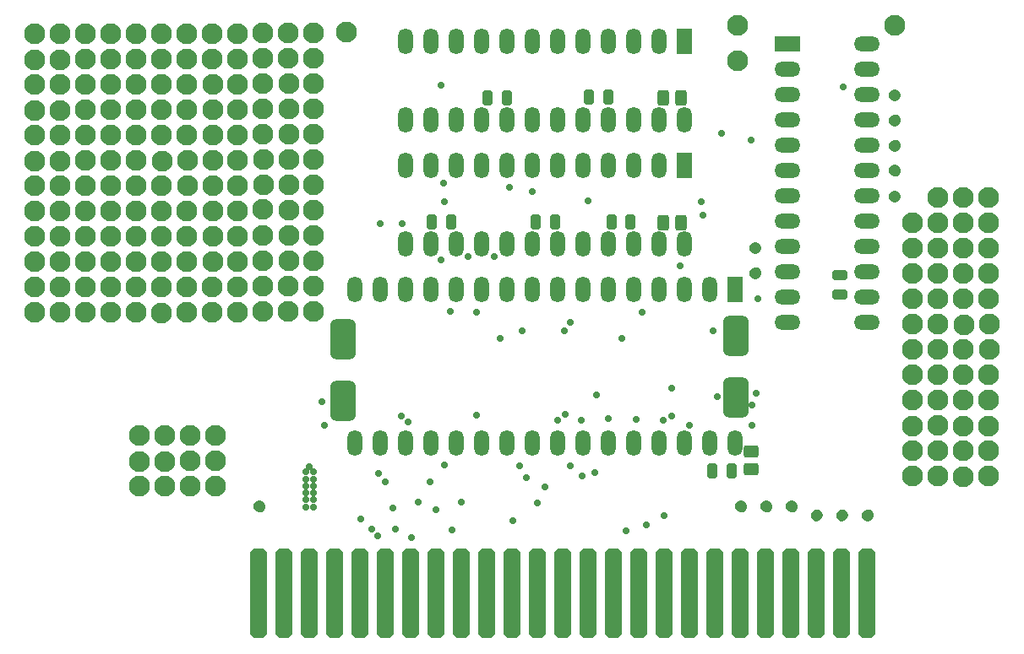
<source format=gbs>
G04*
G04 #@! TF.GenerationSoftware,Altium Limited,Altium Designer,19.0.7 (175)*
G04*
G04 Layer_Color=16711935*
%FSLAX25Y25*%
%MOIN*%
G70*
G01*
G75*
%ADD11C,0.02362*%
%ADD12R,0.00787X0.00787*%
%ADD13R,0.00787X0.00787*%
G04:AMPARAMS|DCode=15|XSize=69.94mil|YSize=353.94mil|CornerRadius=0mil|HoleSize=0mil|Usage=FLASHONLY|Rotation=0.000|XOffset=0mil|YOffset=0mil|HoleType=Round|Shape=Octagon|*
%AMOCTAGOND15*
4,1,8,-0.01748,0.17697,0.01748,0.17697,0.03497,0.15948,0.03497,-0.15948,0.01748,-0.17697,-0.01748,-0.17697,-0.03497,-0.15948,-0.03497,0.15948,-0.01748,0.17697,0.0*
%
%ADD15OCTAGOND15*%

%ADD16C,0.08268*%
%ADD17O,0.05906X0.10236*%
%ADD18R,0.05906X0.10236*%
%ADD19R,0.10236X0.05906*%
%ADD20O,0.10236X0.05906*%
%ADD21C,0.02756*%
G04:AMPARAMS|DCode=41|XSize=62.99mil|YSize=49.21mil|CornerRadius=14.27mil|HoleSize=0mil|Usage=FLASHONLY|Rotation=90.000|XOffset=0mil|YOffset=0mil|HoleType=Round|Shape=RoundedRectangle|*
%AMROUNDEDRECTD41*
21,1,0.06299,0.02067,0,0,90.0*
21,1,0.03445,0.04921,0,0,90.0*
1,1,0.02854,0.01034,0.01722*
1,1,0.02854,0.01034,-0.01722*
1,1,0.02854,-0.01034,-0.01722*
1,1,0.02854,-0.01034,0.01722*
%
%ADD41ROUNDEDRECTD41*%
G04:AMPARAMS|DCode=42|XSize=62.99mil|YSize=49.21mil|CornerRadius=14.27mil|HoleSize=0mil|Usage=FLASHONLY|Rotation=180.000|XOffset=0mil|YOffset=0mil|HoleType=Round|Shape=RoundedRectangle|*
%AMROUNDEDRECTD42*
21,1,0.06299,0.02067,0,0,180.0*
21,1,0.03445,0.04921,0,0,180.0*
1,1,0.02854,-0.01722,0.01034*
1,1,0.02854,0.01722,0.01034*
1,1,0.02854,0.01722,-0.01034*
1,1,0.02854,-0.01722,-0.01034*
%
%ADD42ROUNDEDRECTD42*%
G04:AMPARAMS|DCode=43|XSize=100.39mil|YSize=161.42mil|CornerRadius=26.08mil|HoleSize=0mil|Usage=FLASHONLY|Rotation=0.000|XOffset=0mil|YOffset=0mil|HoleType=Round|Shape=RoundedRectangle|*
%AMROUNDEDRECTD43*
21,1,0.10039,0.10925,0,0,0.0*
21,1,0.04823,0.16142,0,0,0.0*
1,1,0.05217,0.02411,-0.05463*
1,1,0.05217,-0.02411,-0.05463*
1,1,0.05217,-0.02411,0.05463*
1,1,0.05217,0.02411,0.05463*
%
%ADD43ROUNDEDRECTD43*%
G04:AMPARAMS|DCode=44|XSize=59.06mil|YSize=41.34mil|CornerRadius=11.32mil|HoleSize=0mil|Usage=FLASHONLY|Rotation=270.000|XOffset=0mil|YOffset=0mil|HoleType=Round|Shape=RoundedRectangle|*
%AMROUNDEDRECTD44*
21,1,0.05906,0.01870,0,0,270.0*
21,1,0.03642,0.04134,0,0,270.0*
1,1,0.02264,-0.00935,-0.01821*
1,1,0.02264,-0.00935,0.01821*
1,1,0.02264,0.00935,0.01821*
1,1,0.02264,0.00935,-0.01821*
%
%ADD44ROUNDEDRECTD44*%
G04:AMPARAMS|DCode=45|XSize=59.06mil|YSize=41.34mil|CornerRadius=11.32mil|HoleSize=0mil|Usage=FLASHONLY|Rotation=0.000|XOffset=0mil|YOffset=0mil|HoleType=Round|Shape=RoundedRectangle|*
%AMROUNDEDRECTD45*
21,1,0.05906,0.01870,0,0,0.0*
21,1,0.03642,0.04134,0,0,0.0*
1,1,0.02264,0.01821,-0.00935*
1,1,0.02264,-0.01821,-0.00935*
1,1,0.02264,-0.01821,0.00935*
1,1,0.02264,0.01821,0.00935*
%
%ADD45ROUNDEDRECTD45*%
D11*
X292520Y-104331D02*
X292075Y-103407D01*
X291076Y-103179D01*
X290274Y-103818D01*
Y-104843D01*
X291076Y-105482D01*
X292075Y-105254D01*
X292520Y-104331D01*
Y-94488D02*
X292075Y-93565D01*
X291076Y-93337D01*
X290274Y-93976D01*
Y-95001D01*
X291076Y-95640D01*
X292075Y-95412D01*
X292520Y-94488D01*
X347638Y-74114D02*
X347193Y-73191D01*
X346194Y-72963D01*
X345393Y-73602D01*
Y-74627D01*
X346194Y-75266D01*
X347193Y-75038D01*
X347638Y-74114D01*
Y-63878D02*
X347193Y-62954D01*
X346194Y-62726D01*
X345393Y-63366D01*
Y-64390D01*
X346194Y-65029D01*
X347193Y-64801D01*
X347638Y-63878D01*
Y-54035D02*
X347193Y-53112D01*
X346194Y-52884D01*
X345393Y-53523D01*
Y-54548D01*
X346194Y-55187D01*
X347193Y-54959D01*
X347638Y-54035D01*
Y-43996D02*
X347193Y-43073D01*
X346194Y-42845D01*
X345393Y-43484D01*
Y-44508D01*
X346194Y-45148D01*
X347193Y-44919D01*
X347638Y-43996D01*
X347539Y-34095D02*
X347095Y-33171D01*
X346095Y-32943D01*
X345294Y-33582D01*
Y-34607D01*
X346095Y-35246D01*
X347095Y-35018D01*
X347539Y-34095D01*
X96850Y-196555D02*
X96406Y-195632D01*
X95407Y-195404D01*
X94605Y-196043D01*
Y-197068D01*
X95407Y-197707D01*
X96406Y-197478D01*
X96850Y-196555D01*
X316831Y-200000D02*
X316386Y-199077D01*
X315387Y-198848D01*
X314585Y-199487D01*
Y-200513D01*
X315387Y-201151D01*
X316386Y-200923D01*
X316831Y-200000D01*
X326772Y-200020D02*
X326327Y-199096D01*
X325328Y-198868D01*
X324526Y-199507D01*
Y-200532D01*
X325328Y-201171D01*
X326327Y-200943D01*
X326772Y-200020D01*
X286850Y-196555D02*
X286406Y-195632D01*
X285406Y-195404D01*
X284605Y-196043D01*
Y-197068D01*
X285406Y-197707D01*
X286406Y-197478D01*
X286850Y-196555D01*
X296850D02*
X296406Y-195632D01*
X295407Y-195404D01*
X294605Y-196043D01*
Y-197068D01*
X295407Y-197707D01*
X296406Y-197478D01*
X296850Y-196555D01*
X306850D02*
X306406Y-195632D01*
X305406Y-195404D01*
X304605Y-196043D01*
Y-197068D01*
X305406Y-197707D01*
X306406Y-197478D01*
X306850Y-196555D01*
X336850Y-200000D02*
X336406Y-199077D01*
X335406Y-198848D01*
X334605Y-199487D01*
Y-200513D01*
X335406Y-201151D01*
X336406Y-200923D01*
X336850Y-200000D01*
D12*
X289862Y-104331D02*
D03*
Y-94488D02*
D03*
X344980Y-43996D02*
D03*
X344882Y-34095D02*
D03*
X314173Y-200000D02*
D03*
X304193Y-196555D02*
D03*
D13*
X346457Y-75590D02*
D03*
Y-65354D02*
D03*
Y-55512D02*
D03*
X95669Y-198031D02*
D03*
X325590Y-201496D02*
D03*
X285669Y-198031D02*
D03*
X295669D02*
D03*
X335669Y-201476D02*
D03*
D15*
Y-231102D02*
D03*
X325669D02*
D03*
X315669D02*
D03*
X305669D02*
D03*
X295669D02*
D03*
X285669D02*
D03*
X275669D02*
D03*
X265669D02*
D03*
X255669D02*
D03*
X245669D02*
D03*
X235669D02*
D03*
X225669D02*
D03*
X215669D02*
D03*
X205669D02*
D03*
X195669D02*
D03*
X185669D02*
D03*
X175669D02*
D03*
X165669D02*
D03*
X155669D02*
D03*
X145669D02*
D03*
X135669D02*
D03*
X125669D02*
D03*
X115669D02*
D03*
X105669D02*
D03*
X95669D02*
D03*
D16*
X373622Y-74646D02*
D03*
X383622Y-74724D02*
D03*
Y-84720D02*
D03*
X373622D02*
D03*
Y-104724D02*
D03*
X383622D02*
D03*
Y-94724D02*
D03*
X373622D02*
D03*
Y-134724D02*
D03*
X383796D02*
D03*
X383622Y-144653D02*
D03*
X373622Y-144718D02*
D03*
X373796Y-124986D02*
D03*
X383796Y-124661D02*
D03*
X383622Y-114772D02*
D03*
X373622D02*
D03*
Y-174724D02*
D03*
X383622D02*
D03*
Y-184724D02*
D03*
X373622Y-185029D02*
D03*
Y-164803D02*
D03*
X383622D02*
D03*
Y-154704D02*
D03*
X373622Y-154724D02*
D03*
X353581D02*
D03*
X363622Y-154704D02*
D03*
Y-164724D02*
D03*
X353581Y-164803D02*
D03*
Y-184724D02*
D03*
X363622D02*
D03*
Y-174724D02*
D03*
X353622D02*
D03*
Y-114724D02*
D03*
X363622D02*
D03*
Y-124724D02*
D03*
X353622D02*
D03*
Y-144718D02*
D03*
X363622Y-144724D02*
D03*
Y-134724D02*
D03*
X353622D02*
D03*
Y-94724D02*
D03*
X363622D02*
D03*
Y-104724D02*
D03*
X353622Y-104718D02*
D03*
Y-84724D02*
D03*
X363622D02*
D03*
Y-74724D02*
D03*
X284646Y-20472D02*
D03*
Y-6693D02*
D03*
X346457Y-6693D02*
D03*
X130091Y-9449D02*
D03*
X97244Y-9528D02*
D03*
X107244D02*
D03*
X117244D02*
D03*
Y-19464D02*
D03*
X107244Y-19523D02*
D03*
X97244D02*
D03*
Y-39528D02*
D03*
X107418Y-39521D02*
D03*
X117244Y-39528D02*
D03*
Y-29528D02*
D03*
X107418D02*
D03*
X97244D02*
D03*
X97418Y-69528D02*
D03*
X107418D02*
D03*
X117244D02*
D03*
Y-79528D02*
D03*
X107418Y-79521D02*
D03*
X97244Y-79456D02*
D03*
X97418Y-59464D02*
D03*
X107418Y-59528D02*
D03*
X117244D02*
D03*
Y-49528D02*
D03*
X107418D02*
D03*
X97244Y-49575D02*
D03*
Y-109528D02*
D03*
X107244D02*
D03*
X117244Y-109646D02*
D03*
Y-119528D02*
D03*
X107244D02*
D03*
X97244D02*
D03*
Y-99606D02*
D03*
X107418D02*
D03*
X117244Y-99528D02*
D03*
Y-89507D02*
D03*
X107418Y-89528D02*
D03*
X97244Y-89507D02*
D03*
X7323Y-9921D02*
D03*
X17323D02*
D03*
X27323D02*
D03*
X37323D02*
D03*
X47323D02*
D03*
Y-19921D02*
D03*
X37323D02*
D03*
X27323Y-19858D02*
D03*
X17323Y-20183D02*
D03*
X7323D02*
D03*
Y-40211D02*
D03*
X17323Y-40187D02*
D03*
X27323Y-39850D02*
D03*
X37323Y-39915D02*
D03*
X47323Y-39921D02*
D03*
Y-29921D02*
D03*
X37323D02*
D03*
X27323D02*
D03*
X17323D02*
D03*
X7323D02*
D03*
Y-69921D02*
D03*
X17323D02*
D03*
X27323D02*
D03*
X37323D02*
D03*
X47323D02*
D03*
Y-79921D02*
D03*
X37323Y-79915D02*
D03*
X27323Y-79850D02*
D03*
X17323Y-79921D02*
D03*
X7323D02*
D03*
Y-60183D02*
D03*
X17323D02*
D03*
X27323Y-59858D02*
D03*
X37323Y-59921D02*
D03*
X47323D02*
D03*
Y-49921D02*
D03*
X37323D02*
D03*
X27323D02*
D03*
X17323D02*
D03*
X7323D02*
D03*
Y-110039D02*
D03*
X17323Y-109921D02*
D03*
X27323D02*
D03*
X37323D02*
D03*
X47323D02*
D03*
Y-119921D02*
D03*
X37281D02*
D03*
X27323D02*
D03*
X17323D02*
D03*
X7323D02*
D03*
Y-100000D02*
D03*
X17323D02*
D03*
X27282Y-99921D02*
D03*
X37281Y-100000D02*
D03*
X47323Y-99921D02*
D03*
Y-89901D02*
D03*
X37281Y-89921D02*
D03*
X27323Y-89901D02*
D03*
X17323Y-89921D02*
D03*
X7323D02*
D03*
X57323D02*
D03*
X67323Y-89901D02*
D03*
X77497Y-89921D02*
D03*
X87323Y-89901D02*
D03*
Y-99921D02*
D03*
X77497Y-100000D02*
D03*
X67323D02*
D03*
X57323D02*
D03*
Y-120226D02*
D03*
X67323Y-119921D02*
D03*
X77323D02*
D03*
X87323D02*
D03*
Y-110039D02*
D03*
X77323Y-109921D02*
D03*
X67323D02*
D03*
X57323D02*
D03*
Y-49969D02*
D03*
X67323D02*
D03*
X77497Y-49921D02*
D03*
X87323D02*
D03*
Y-59921D02*
D03*
X77497D02*
D03*
X67497Y-59858D02*
D03*
X57497Y-60183D02*
D03*
X57323Y-79915D02*
D03*
X67323Y-79850D02*
D03*
X77497Y-79915D02*
D03*
X87323Y-79921D02*
D03*
Y-69921D02*
D03*
X77497D02*
D03*
X67497D02*
D03*
X57323D02*
D03*
Y-29921D02*
D03*
X67323D02*
D03*
X77497D02*
D03*
X87323D02*
D03*
Y-39921D02*
D03*
X77497Y-39915D02*
D03*
X67323Y-39921D02*
D03*
X57323D02*
D03*
Y-19917D02*
D03*
X67323D02*
D03*
X77323D02*
D03*
X87323Y-19858D02*
D03*
Y-9921D02*
D03*
X77323D02*
D03*
X67323D02*
D03*
X57323Y-9843D02*
D03*
X48487Y-168656D02*
D03*
X58486D02*
D03*
X68486D02*
D03*
X78487D02*
D03*
Y-178656D02*
D03*
X68486Y-178593D02*
D03*
X58486Y-178918D02*
D03*
X48487D02*
D03*
X78487Y-188656D02*
D03*
X68486D02*
D03*
X58486D02*
D03*
X48487D02*
D03*
D17*
X153543Y-44094D02*
D03*
X163543D02*
D03*
X173543D02*
D03*
X183543D02*
D03*
X193543D02*
D03*
X203543D02*
D03*
X213543D02*
D03*
X223543D02*
D03*
X233543D02*
D03*
X243543D02*
D03*
X253543D02*
D03*
X263543D02*
D03*
X153543Y-12992D02*
D03*
X163543D02*
D03*
X173543D02*
D03*
X183543D02*
D03*
X193543D02*
D03*
X203543D02*
D03*
X213543D02*
D03*
X223543D02*
D03*
X233543D02*
D03*
X243543D02*
D03*
X253543D02*
D03*
X153543Y-92913D02*
D03*
X163543D02*
D03*
X173543D02*
D03*
X183543D02*
D03*
X193543D02*
D03*
X203543D02*
D03*
X213543D02*
D03*
X223543D02*
D03*
X233543D02*
D03*
X243543D02*
D03*
X253543D02*
D03*
X263543D02*
D03*
X153543Y-61811D02*
D03*
X163543D02*
D03*
X173543D02*
D03*
X183543D02*
D03*
X193543D02*
D03*
X203543D02*
D03*
X213543D02*
D03*
X223543D02*
D03*
X233543D02*
D03*
X243543D02*
D03*
X253543D02*
D03*
X273543Y-111024D02*
D03*
X263543D02*
D03*
X253543D02*
D03*
X243543D02*
D03*
X233543D02*
D03*
X223543D02*
D03*
X213543D02*
D03*
X203543D02*
D03*
X193543D02*
D03*
X183543D02*
D03*
X173543D02*
D03*
X163543D02*
D03*
X153543D02*
D03*
X143543D02*
D03*
X133543D02*
D03*
X283543Y-171653D02*
D03*
X273543D02*
D03*
X263543D02*
D03*
X253543D02*
D03*
X243543D02*
D03*
X233543D02*
D03*
X223543D02*
D03*
X213543D02*
D03*
X203543D02*
D03*
X193543D02*
D03*
X183543D02*
D03*
X173543D02*
D03*
X163543D02*
D03*
X153543D02*
D03*
X143543D02*
D03*
X133543D02*
D03*
D18*
X263543Y-12992D02*
D03*
Y-61811D02*
D03*
X283543Y-111024D02*
D03*
D19*
X304331Y-14095D02*
D03*
D20*
Y-24094D02*
D03*
Y-34095D02*
D03*
Y-44094D02*
D03*
Y-54094D02*
D03*
Y-64095D02*
D03*
Y-74094D02*
D03*
Y-84095D02*
D03*
Y-94095D02*
D03*
Y-104095D02*
D03*
Y-114094D02*
D03*
Y-124094D02*
D03*
X335433Y-14095D02*
D03*
Y-24094D02*
D03*
Y-34095D02*
D03*
Y-44094D02*
D03*
Y-54094D02*
D03*
Y-64095D02*
D03*
Y-74094D02*
D03*
Y-84095D02*
D03*
Y-94095D02*
D03*
Y-104095D02*
D03*
Y-114094D02*
D03*
Y-124094D02*
D03*
D21*
X276696Y-153205D02*
D03*
X258661Y-150000D02*
D03*
X228740Y-152756D02*
D03*
X326252Y-30834D02*
D03*
X274902Y-127166D02*
D03*
X261856Y-101575D02*
D03*
X167717Y-30315D02*
D03*
X168506Y-68939D02*
D03*
X194674Y-70472D02*
D03*
X290249Y-164559D02*
D03*
X292520Y-114724D02*
D03*
X290158Y-156693D02*
D03*
X291779Y-151969D02*
D03*
X258661Y-161024D02*
D03*
X151969D02*
D03*
X278346Y-49213D02*
D03*
X289764Y-51968D02*
D03*
X203543Y-72441D02*
D03*
X225590Y-75984D02*
D03*
X152362Y-85039D02*
D03*
X143543D02*
D03*
X265417Y-164567D02*
D03*
X270168Y-76144D02*
D03*
X270962Y-81496D02*
D03*
X121653Y-164559D02*
D03*
X120472Y-155317D02*
D03*
X244488Y-162205D02*
D03*
X246850Y-120079D02*
D03*
X190945Y-130315D02*
D03*
X171260Y-119685D02*
D03*
X181496Y-120079D02*
D03*
X238976Y-130315D02*
D03*
X168898Y-76378D02*
D03*
X154724Y-163386D02*
D03*
X199606Y-127166D02*
D03*
X216141D02*
D03*
X216535Y-160236D02*
D03*
X114136Y-196850D02*
D03*
X208661Y-188976D02*
D03*
X117323Y-185827D02*
D03*
X201181Y-185433D02*
D03*
X115669Y-181102D02*
D03*
X135827Y-201575D02*
D03*
X205669Y-195433D02*
D03*
X223228Y-184646D02*
D03*
X218504Y-180709D02*
D03*
X114136Y-183071D02*
D03*
X196063Y-202362D02*
D03*
X117323Y-188583D02*
D03*
X222835Y-162598D02*
D03*
X240551Y-206299D02*
D03*
X248425Y-203937D02*
D03*
X114136Y-185827D02*
D03*
X145669Y-187008D02*
D03*
X155905Y-209055D02*
D03*
X255512Y-200394D02*
D03*
X114136Y-188583D02*
D03*
X181496Y-160630D02*
D03*
X142520Y-208268D02*
D03*
X175669Y-194961D02*
D03*
X149606Y-205512D02*
D03*
X117323Y-183071D02*
D03*
X114136Y-191339D02*
D03*
X172047Y-205906D02*
D03*
X117323Y-191339D02*
D03*
Y-196850D02*
D03*
X255118Y-162598D02*
D03*
X114136Y-194095D02*
D03*
X117323D02*
D03*
X165669Y-198110D02*
D03*
X140157Y-205512D02*
D03*
X142913Y-183465D02*
D03*
X218504Y-124016D02*
D03*
X167618Y-99213D02*
D03*
X188583Y-98032D02*
D03*
X178347D02*
D03*
X163386Y-187008D02*
D03*
X158661Y-194882D02*
D03*
X168898Y-180315D02*
D03*
X148425Y-197244D02*
D03*
X233543Y-161811D02*
D03*
X213543Y-162598D02*
D03*
X228346Y-183446D02*
D03*
X198425Y-180709D02*
D03*
D41*
X262205Y-84646D02*
D03*
X255118D02*
D03*
X262205Y-35433D02*
D03*
X255118D02*
D03*
D42*
X289977Y-174814D02*
D03*
Y-181901D02*
D03*
D43*
X128740Y-130709D02*
D03*
Y-155118D02*
D03*
X283858Y-129134D02*
D03*
Y-153543D02*
D03*
D44*
X234842Y-84252D02*
D03*
X242323D02*
D03*
X226063Y-35039D02*
D03*
X233543D02*
D03*
X163976Y-84252D02*
D03*
X171457D02*
D03*
X186024Y-35433D02*
D03*
X193504D02*
D03*
X204921Y-84252D02*
D03*
X212402D02*
D03*
X274606Y-182612D02*
D03*
X282087D02*
D03*
D45*
X324982Y-112795D02*
D03*
Y-105315D02*
D03*
M02*

</source>
